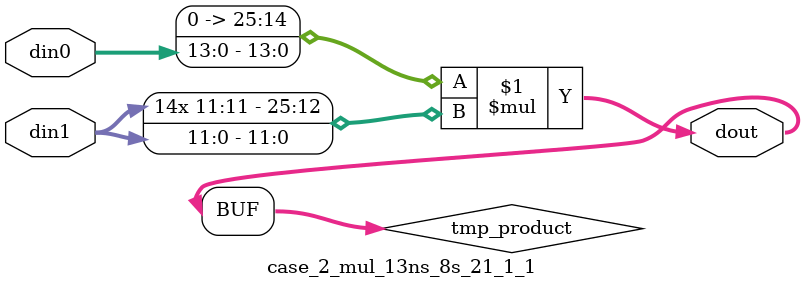
<source format=v>

`timescale 1 ns / 1 ps

 (* use_dsp = "no" *)  module case_2_mul_13ns_8s_21_1_1(din0, din1, dout);
parameter ID = 1;
parameter NUM_STAGE = 0;
parameter din0_WIDTH = 14;
parameter din1_WIDTH = 12;
parameter dout_WIDTH = 26;

input [din0_WIDTH - 1 : 0] din0; 
input [din1_WIDTH - 1 : 0] din1; 
output [dout_WIDTH - 1 : 0] dout;

wire signed [dout_WIDTH - 1 : 0] tmp_product;

























assign tmp_product = $signed({1'b0, din0}) * $signed(din1);










assign dout = tmp_product;





















endmodule

</source>
